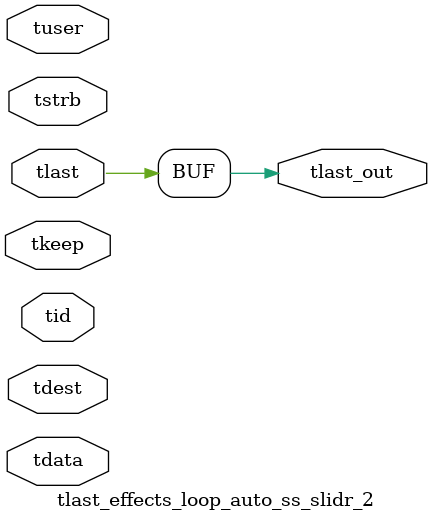
<source format=v>


`timescale 1ps/1ps

module tlast_effects_loop_auto_ss_slidr_2 #
(
parameter C_S_AXIS_TID_WIDTH   = 1,
parameter C_S_AXIS_TUSER_WIDTH = 0,
parameter C_S_AXIS_TDATA_WIDTH = 0,
parameter C_S_AXIS_TDEST_WIDTH = 0
)
(
input  [(C_S_AXIS_TID_WIDTH   == 0 ? 1 : C_S_AXIS_TID_WIDTH)-1:0       ] tid,
input  [(C_S_AXIS_TDATA_WIDTH == 0 ? 1 : C_S_AXIS_TDATA_WIDTH)-1:0     ] tdata,
input  [(C_S_AXIS_TUSER_WIDTH == 0 ? 1 : C_S_AXIS_TUSER_WIDTH)-1:0     ] tuser,
input  [(C_S_AXIS_TDEST_WIDTH == 0 ? 1 : C_S_AXIS_TDEST_WIDTH)-1:0     ] tdest,
input  [(C_S_AXIS_TDATA_WIDTH/8)-1:0 ] tkeep,
input  [(C_S_AXIS_TDATA_WIDTH/8)-1:0 ] tstrb,
input  [0:0]                                                             tlast,
output                                                                   tlast_out
);

assign tlast_out = {tlast};

endmodule


</source>
